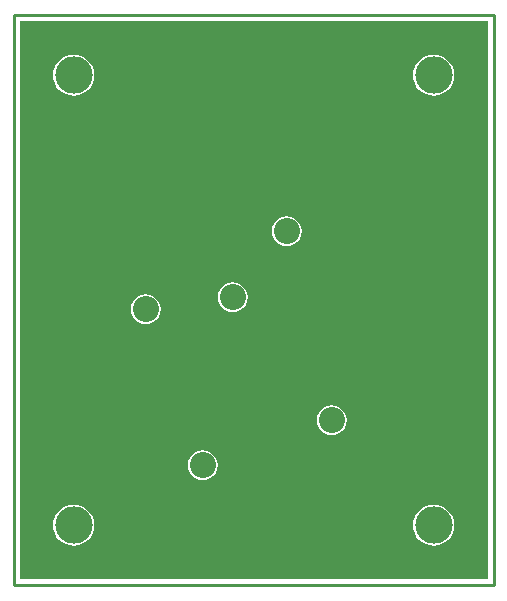
<source format=gbl>
%FSLAX25Y25*%
%MOIN*%
G70*
G01*
G75*
G04 Layer_Physical_Order=2*
G04 Layer_Color=16711680*
%ADD10R,0.04134X0.01575*%
%ADD11R,0.03937X0.03740*%
%ADD12R,0.03740X0.03937*%
%ADD13O,0.02756X0.05118*%
%ADD14R,0.02756X0.05118*%
%ADD15R,0.10039X0.09055*%
%ADD16R,0.04488X0.05512*%
%ADD17R,0.07874X0.06496*%
%ADD18C,0.02000*%
%ADD19C,0.01500*%
%ADD20C,0.01000*%
%ADD21C,0.06000*%
%ADD22C,0.08700*%
%ADD23C,0.12500*%
%ADD24C,0.05000*%
G36*
X158000Y2000D02*
X2000D01*
Y188000D01*
X158000D01*
Y2000D01*
D02*
G37*
%LPC*%
G36*
X63000Y44993D02*
X61708Y44823D01*
X60504Y44324D01*
X59470Y43530D01*
X58676Y42496D01*
X58177Y41292D01*
X58007Y40000D01*
X58177Y38708D01*
X58676Y37504D01*
X59470Y36470D01*
X60504Y35676D01*
X61708Y35177D01*
X63000Y35007D01*
X64292Y35177D01*
X65496Y35676D01*
X66530Y36470D01*
X67324Y37504D01*
X67823Y38708D01*
X67993Y40000D01*
X67823Y41292D01*
X67324Y42496D01*
X66530Y43530D01*
X65496Y44324D01*
X64292Y44823D01*
X63000Y44993D01*
D02*
G37*
G36*
X106000Y59993D02*
X104708Y59823D01*
X103504Y59324D01*
X102470Y58530D01*
X101676Y57496D01*
X101177Y56292D01*
X101007Y55000D01*
X101177Y53708D01*
X101676Y52504D01*
X102470Y51470D01*
X103504Y50676D01*
X104708Y50177D01*
X106000Y50007D01*
X107292Y50177D01*
X108496Y50676D01*
X109530Y51470D01*
X110324Y52504D01*
X110823Y53708D01*
X110993Y55000D01*
X110823Y56292D01*
X110324Y57496D01*
X109530Y58530D01*
X108496Y59324D01*
X107292Y59823D01*
X106000Y59993D01*
D02*
G37*
G36*
X20000Y26883D02*
X18657Y26751D01*
X17366Y26359D01*
X16176Y25723D01*
X15133Y24867D01*
X14277Y23824D01*
X13641Y22634D01*
X13249Y21343D01*
X13117Y20000D01*
X13249Y18657D01*
X13641Y17366D01*
X14277Y16176D01*
X15133Y15133D01*
X16176Y14277D01*
X17366Y13641D01*
X18657Y13249D01*
X20000Y13117D01*
X21343Y13249D01*
X22634Y13641D01*
X23824Y14277D01*
X24867Y15133D01*
X25723Y16176D01*
X26359Y17366D01*
X26751Y18657D01*
X26883Y20000D01*
X26751Y21343D01*
X26359Y22634D01*
X25723Y23824D01*
X24867Y24867D01*
X23824Y25723D01*
X22634Y26359D01*
X21343Y26751D01*
X20000Y26883D01*
D02*
G37*
G36*
X140000D02*
X138657Y26751D01*
X137366Y26359D01*
X136176Y25723D01*
X135133Y24867D01*
X134277Y23824D01*
X133641Y22634D01*
X133249Y21343D01*
X133117Y20000D01*
X133249Y18657D01*
X133641Y17366D01*
X134277Y16176D01*
X135133Y15133D01*
X136176Y14277D01*
X137366Y13641D01*
X138657Y13249D01*
X140000Y13117D01*
X141343Y13249D01*
X142634Y13641D01*
X143824Y14277D01*
X144867Y15133D01*
X145723Y16176D01*
X146359Y17366D01*
X146751Y18657D01*
X146883Y20000D01*
X146751Y21343D01*
X146359Y22634D01*
X145723Y23824D01*
X144867Y24867D01*
X143824Y25723D01*
X142634Y26359D01*
X141343Y26751D01*
X140000Y26883D01*
D02*
G37*
G36*
X20000Y176883D02*
X18657Y176751D01*
X17366Y176359D01*
X16176Y175723D01*
X15133Y174867D01*
X14277Y173824D01*
X13641Y172634D01*
X13249Y171343D01*
X13117Y170000D01*
X13249Y168657D01*
X13641Y167366D01*
X14277Y166176D01*
X15133Y165133D01*
X16176Y164277D01*
X17366Y163641D01*
X18657Y163249D01*
X20000Y163117D01*
X21343Y163249D01*
X22634Y163641D01*
X23824Y164277D01*
X24867Y165133D01*
X25723Y166176D01*
X26359Y167366D01*
X26751Y168657D01*
X26883Y170000D01*
X26751Y171343D01*
X26359Y172634D01*
X25723Y173824D01*
X24867Y174867D01*
X23824Y175723D01*
X22634Y176359D01*
X21343Y176751D01*
X20000Y176883D01*
D02*
G37*
G36*
X140000D02*
X138657Y176751D01*
X137366Y176359D01*
X136176Y175723D01*
X135133Y174867D01*
X134277Y173824D01*
X133641Y172634D01*
X133249Y171343D01*
X133117Y170000D01*
X133249Y168657D01*
X133641Y167366D01*
X134277Y166176D01*
X135133Y165133D01*
X136176Y164277D01*
X137366Y163641D01*
X138657Y163249D01*
X140000Y163117D01*
X141343Y163249D01*
X142634Y163641D01*
X143824Y164277D01*
X144867Y165133D01*
X145723Y166176D01*
X146359Y167366D01*
X146751Y168657D01*
X146883Y170000D01*
X146751Y171343D01*
X146359Y172634D01*
X145723Y173824D01*
X144867Y174867D01*
X143824Y175723D01*
X142634Y176359D01*
X141343Y176751D01*
X140000Y176883D01*
D02*
G37*
G36*
X91000Y122993D02*
X89708Y122823D01*
X88504Y122324D01*
X87470Y121530D01*
X86676Y120496D01*
X86177Y119292D01*
X86007Y118000D01*
X86177Y116708D01*
X86676Y115504D01*
X87470Y114470D01*
X88504Y113676D01*
X89708Y113177D01*
X91000Y113007D01*
X92292Y113177D01*
X93496Y113676D01*
X94530Y114470D01*
X95324Y115504D01*
X95823Y116708D01*
X95993Y118000D01*
X95823Y119292D01*
X95324Y120496D01*
X94530Y121530D01*
X93496Y122324D01*
X92292Y122823D01*
X91000Y122993D01*
D02*
G37*
G36*
X44000Y96993D02*
X42708Y96823D01*
X41504Y96324D01*
X40470Y95530D01*
X39676Y94496D01*
X39177Y93292D01*
X39007Y92000D01*
X39177Y90708D01*
X39676Y89504D01*
X40470Y88470D01*
X41504Y87676D01*
X42708Y87177D01*
X44000Y87007D01*
X45292Y87177D01*
X46496Y87676D01*
X47530Y88470D01*
X48324Y89504D01*
X48823Y90708D01*
X48993Y92000D01*
X48823Y93292D01*
X48324Y94496D01*
X47530Y95530D01*
X46496Y96324D01*
X45292Y96823D01*
X44000Y96993D01*
D02*
G37*
G36*
X73000Y100993D02*
X71708Y100823D01*
X70504Y100324D01*
X69470Y99530D01*
X68676Y98496D01*
X68177Y97292D01*
X68007Y96000D01*
X68177Y94708D01*
X68676Y93504D01*
X69470Y92470D01*
X70504Y91676D01*
X71708Y91177D01*
X73000Y91007D01*
X74292Y91177D01*
X75496Y91676D01*
X76530Y92470D01*
X77324Y93504D01*
X77823Y94708D01*
X77993Y96000D01*
X77823Y97292D01*
X77324Y98496D01*
X76530Y99530D01*
X75496Y100324D01*
X74292Y100823D01*
X73000Y100993D01*
D02*
G37*
%LPD*%
D20*
X0Y190000D02*
X160000D01*
Y0D02*
Y190000D01*
X0Y0D02*
X160000D01*
X0D02*
Y190000D01*
D22*
X44000Y92000D02*
D03*
X106000Y55000D02*
D03*
X127000Y101000D02*
D03*
X91000Y40000D02*
D03*
X55000Y118000D02*
D03*
X37000Y44000D02*
D03*
X91000Y118000D02*
D03*
X73000Y96000D02*
D03*
X63000Y40000D02*
D03*
D23*
X140000Y20000D02*
D03*
X20000D02*
D03*
X140000Y170000D02*
D03*
X20000D02*
D03*
D24*
X75000Y83000D02*
D03*
X68000D02*
D03*
X58000Y77000D02*
D03*
X103000Y90000D02*
D03*
Y83000D02*
D03*
X98000Y66000D02*
D03*
X75000Y52000D02*
D03*
X68000D02*
D03*
M02*

</source>
